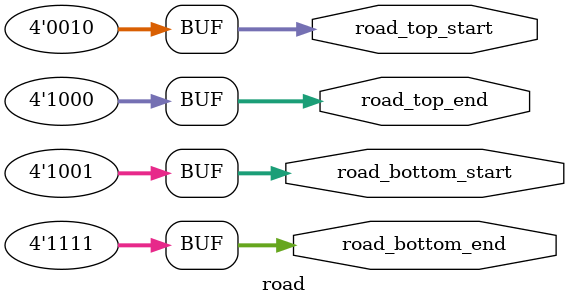
<source format=v>
module road(
    output reg [3:0] road_top_start,
    output reg [3:0] road_top_end,
    output reg [3:0] road_bottom_start,
    output reg [3:0] road_bottom_end
);

initial begin
	road_top_start = 2;
	road_top_end = 8;
    road_bottom_start = 9;
    road_bottom_end = 15;
end

endmodule
</source>
